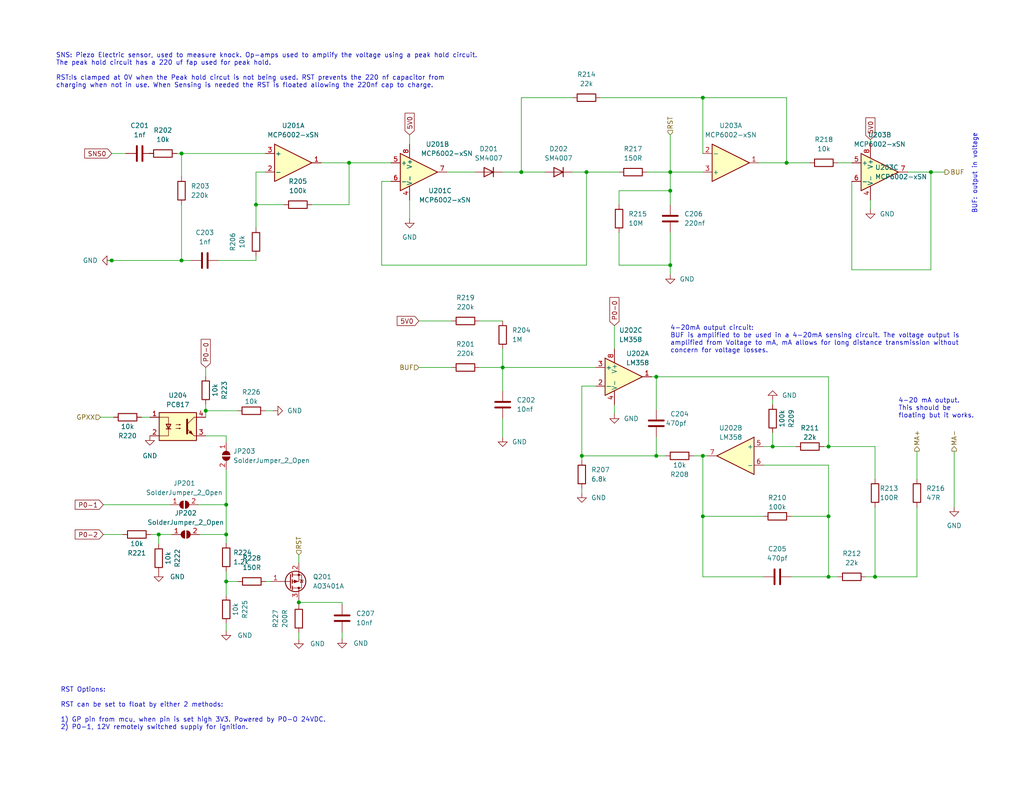
<source format=kicad_sch>
(kicad_sch (version 20211123) (generator eeschema)
  (paper "USLetter")
  (lib_symbols
    (symbol "Amplifier_Operational:LM358" (pin_names (offset 0.127))
      (property "Reference" "U" (at 0 5.08 0))
      (property "Value" "LM358" (at 0 -5.08 0))
      (symbol "LM358_1_1"
        (polyline (pts (xy -5.08 5.08) (xy 5.08 0) (xy -5.08 -5.08) (xy -5.08 5.08)) (stroke (width 0.254)) (fill (type background)))
        (pin output line (at 7.62 0 180) (length 2.54) (name "~") (number "1"))
        (pin input line (at -7.62 -2.54 0) (length 2.54) (name "-") (number "2"))
        (pin input line (at -7.62 2.54 0) (length 2.54) (name "+") (number "3"))
      )
      (symbol "LM358_2_1"
        (polyline (pts (xy -5.08 5.08) (xy 5.08 0) (xy -5.08 -5.08) (xy -5.08 5.08)) (stroke (width 0.254)) (fill (type background)))
        (pin input line (at -7.62 2.54 0) (length 2.54) (name "+") (number "5"))
        (pin input line (at -7.62 -2.54 0) (length 2.54) (name "-") (number "6"))
        (pin output line (at 7.62 0 180) (length 2.54) (name "~") (number "7"))
      )
      (symbol "LM358_3_1"
        (pin power_in line (at -2.54 -7.62 90) (length 3.81) (name "V-") (number "4"))
        (pin power_in line (at -2.54 7.62 270) (length 3.81) (name "V+") (number "8"))
      )
    )
    (symbol "Amplifier_Operational:MCP6002-xSN" (pin_names (offset 0.127))
      (property "Reference" "U" (at 0 5.08 0))
      (property "Value" "MCP6002-xSN" (at 0 -5.08 0))
      (symbol "MCP6002-xSN_1_1"
        (polyline (pts (xy -5.08 5.08) (xy 5.08 0) (xy -5.08 -5.08) (xy -5.08 5.08)) (stroke (width 0.254)) (fill (type background)))
        (pin output line (at 7.62 0 180) (length 2.54) (name "~") (number "1"))
        (pin input line (at -7.62 -2.54 0) (length 2.54) (name "-") (number "2"))
        (pin input line (at -7.62 2.54 0) (length 2.54) (name "+") (number "3"))
      )
      (symbol "MCP6002-xSN_2_1"
        (polyline (pts (xy -5.08 5.08) (xy 5.08 0) (xy -5.08 -5.08) (xy -5.08 5.08)) (stroke (width 0.254)) (fill (type background)))
        (pin input line (at -7.62 2.54 0) (length 2.54) (name "+") (number "5"))
        (pin input line (at -7.62 -2.54 0) (length 2.54) (name "-") (number "6"))
        (pin output line (at 7.62 0 180) (length 2.54) (name "~") (number "7"))
      )
      (symbol "MCP6002-xSN_3_1"
        (pin power_in line (at -2.54 -7.62 90) (length 3.81) (name "V-") (number "4"))
        (pin power_in line (at -2.54 7.62 270) (length 3.81) (name "V+") (number "8"))
      )
    )
    (symbol "Device:C" (pin_numbers hide) (pin_names (offset 0.254))
      (property "Reference" "C" (at 0.635 2.54 0))
      (property "Value" "C" (at 0.635 -2.54 0))
      (symbol "C_0_1"
        (polyline (pts (xy -2.032 -0.762) (xy 2.032 -0.762)) (stroke (width 0.508)))
        (polyline (pts (xy -2.032 0.762) (xy 2.032 0.762)) (stroke (width 0.508)))
      )
      (symbol "C_1_1"
        (pin passive line (at 0 3.81 270) (length 2.794) (name "~") (number "1"))
        (pin passive line (at 0 -3.81 90) (length 2.794) (name "~") (number "2"))
      )
    )
    (symbol "Device:R" (pin_numbers hide) (pin_names (offset 0))
      (property "Reference" "R" (at 2.032 0 90))
      (property "Value" "R" (at 0 0 90))
      (symbol "R_0_1"
        (rectangle (start -1.016 -2.54) (end 1.016 2.54) (stroke (width 0.254)))
      )
      (symbol "R_1_1"
        (pin passive line (at 0 3.81 270) (length 1.27) (name "~") (number "1"))
        (pin passive line (at 0 -3.81 90) (length 1.27) (name "~") (number "2"))
      )
    )
    (symbol "Diode:SM4007" (pin_numbers hide) (pin_names (offset 1.016) hide)
      (property "Reference" "D" (at 0 2.54 0))
      (property "Value" "SM4007" (at 0 -2.54 0))
      (symbol "SM4007_0_1"
        (polyline (pts (xy -1.27 1.27) (xy -1.27 -1.27)) (stroke (width 0.254)))
        (polyline (pts (xy 1.27 0) (xy -1.27 0)))
        (polyline (pts (xy 1.27 1.27) (xy 1.27 -1.27) (xy -1.27 0) (xy 1.27 1.27)) (stroke (width 0.254)))
      )
      (symbol "SM4007_1_1"
        (pin passive line (at -3.81 0 0) (length 2.54) (name "K") (number "1"))
        (pin passive line (at 3.81 0 180) (length 2.54) (name "A") (number "2"))
      )
    )
    (symbol "Isolator:PC817" (pin_names (offset 1.016))
      (property "Reference" "U" (at -5.08 5.08 0))
      (property "Value" "PC817" (at 0 5.08 0))
      (symbol "PC817_0_1"
        (rectangle (start -5.08 3.81) (end 5.08 -3.81) (stroke (width 0.254)) (fill (type background)))
        (polyline (pts (xy -3.175 -0.635) (xy -1.905 -0.635)) (stroke (width 0.254)))
        (polyline (pts (xy 2.54 0.635) (xy 4.445 2.54)))
        (polyline (pts (xy 4.445 -2.54) (xy 2.54 -0.635)) (fill (type outline)))
        (polyline (pts (xy 4.445 -2.54) (xy 5.08 -2.54)))
        (polyline (pts (xy 4.445 2.54) (xy 5.08 2.54)))
        (polyline (pts (xy -5.08 2.54) (xy -2.54 2.54) (xy -2.54 -0.635)))
        (polyline (pts (xy -2.54 -0.635) (xy -2.54 -2.54) (xy -5.08 -2.54)))
        (polyline (pts (xy 2.54 1.905) (xy 2.54 -1.905) (xy 2.54 -1.905)) (stroke (width 0.508)))
        (polyline (pts (xy -2.54 -0.635) (xy -3.175 0.635) (xy -1.905 0.635) (xy -2.54 -0.635)) (stroke (width 0.254)))
        (polyline (pts (xy -0.508 -0.508) (xy 0.762 -0.508) (xy 0.381 -0.635) (xy 0.381 -0.381) (xy 0.762 -0.508)))
        (polyline (pts (xy -0.508 0.508) (xy 0.762 0.508) (xy 0.381 0.381) (xy 0.381 0.635) (xy 0.762 0.508)))
        (polyline (pts (xy 3.048 -1.651) (xy 3.556 -1.143) (xy 4.064 -2.159) (xy 3.048 -1.651) (xy 3.048 -1.651)) (fill (type outline)))
      )
      (symbol "PC817_1_1"
        (pin passive line (at -7.62 2.54 0) (length 2.54) (name "~") (number "1"))
        (pin passive line (at -7.62 -2.54 0) (length 2.54) (name "~") (number "2"))
        (pin passive line (at 7.62 -2.54 180) (length 2.54) (name "~") (number "3"))
        (pin passive line (at 7.62 2.54 180) (length 2.54) (name "~") (number "4"))
      )
    )
    (symbol "Jumper:SolderJumper_2_Open" (pin_names (offset 0) hide)
      (property "Reference" "JP" (at 0 2.032 0))
      (property "Value" "SolderJumper_2_Open" (at 0 -2.54 0))
      (symbol "SolderJumper_2_Open_0_1"
        (arc (start -0.254 1.016) (mid -1.27 0) (end -0.254 -1.016))
        (arc (start -0.254 1.016) (mid -1.27 0) (end -0.254 -1.016) (fill (type outline)))
        (polyline (pts (xy -0.254 1.016) (xy -0.254 -1.016)))
        (polyline (pts (xy 0.254 1.016) (xy 0.254 -1.016)))
        (arc (start 0.254 -1.016) (mid 1.27 0) (end 0.254 1.016))
        (arc (start 0.254 -1.016) (mid 1.27 0) (end 0.254 1.016) (fill (type outline)))
      )
      (symbol "SolderJumper_2_Open_1_1"
        (pin passive line (at -3.81 0 0) (length 2.54) (name "A") (number "1"))
        (pin passive line (at 3.81 0 180) (length 2.54) (name "B") (number "2"))
      )
    )
    (symbol "Transistor_FET:AO3401A" (pin_names hide)
      (property "Reference" "Q" (at 5.08 1.905 0))
      (property "Value" "AO3401A" (at 5.08 0 0))
      (symbol "AO3401A_0_1"
        (polyline (pts (xy 0.254 0) (xy -2.54 0)))
        (polyline (pts (xy 0.254 1.905) (xy 0.254 -1.905)) (stroke (width 0.254)))
        (polyline (pts (xy 0.762 -1.27) (xy 0.762 -2.286)) (stroke (width 0.254)))
        (polyline (pts (xy 0.762 0.508) (xy 0.762 -0.508)) (stroke (width 0.254)))
        (polyline (pts (xy 0.762 2.286) (xy 0.762 1.27)) (stroke (width 0.254)))
        (polyline (pts (xy 2.54 2.54) (xy 2.54 1.778)))
        (polyline (pts (xy 2.54 -2.54) (xy 2.54 0) (xy 0.762 0)))
        (polyline (pts (xy 0.762 1.778) (xy 3.302 1.778) (xy 3.302 -1.778) (xy 0.762 -1.778)))
        (polyline (pts (xy 2.286 0) (xy 1.27 0.381) (xy 1.27 -0.381) (xy 2.286 0)) (fill (type outline)))
        (polyline (pts (xy 2.794 -0.508) (xy 2.921 -0.381) (xy 3.683 -0.381) (xy 3.81 -0.254)))
        (polyline (pts (xy 3.302 -0.381) (xy 2.921 0.254) (xy 3.683 0.254) (xy 3.302 -0.381)))
        (circle (center 1.651 0) (radius 2.794) (stroke (width 0.254)))
        (circle (center 2.54 -1.778) (radius 0.254) (fill (type outline)))
        (circle (center 2.54 1.778) (radius 0.254) (fill (type outline)))
      )
      (symbol "AO3401A_1_1"
        (pin input line (at -5.08 0 0) (length 2.54) (name "G") (number "1"))
        (pin passive line (at 2.54 -5.08 90) (length 2.54) (name "S") (number "2"))
        (pin passive line (at 2.54 5.08 270) (length 2.54) (name "D") (number "3"))
      )
    )
    (symbol "power:GND" (power) (pin_names (offset 0))
      (property "Value" "GND" (at 0 -3.81 0))
      (symbol "GND_0_1"
        (polyline (pts (xy 0 0) (xy 0 -1.27) (xy 1.27 -1.27) (xy 0 -2.54) (xy -1.27 -1.27) (xy 0 -1.27)))
      )
      (symbol "GND_1_1"
        (pin power_in line (at 0 0 270) (length 0) hide (name "GND") (number "1"))
      )
    )
  )
  (junction (at 179.07 124.46))
  (junction (at 182.88 72.39))
  (junction (at 238.76 157.48))
  (junction (at 191.77 140.97))
  (junction (at 81.534 164.465))
  (junction (at 43.307 145.923))
  (junction (at 226.06 121.92))
  (junction (at 137.16 100.33))
  (junction (at 142.24 46.99))
  (junction (at 182.88 52.07))
  (junction (at 191.77 26.67))
  (junction (at 179.07 102.87))
  (junction (at 49.53 41.91))
  (junction (at 191.77 124.46))
  (junction (at 61.722 137.795))
  (junction (at 69.85 55.88))
  (junction (at 182.88 46.99))
  (junction (at 226.06 157.48))
  (junction (at 61.722 158.75))
  (junction (at 95.25 44.45))
  (junction (at 49.53 71.12))
  (junction (at 158.75 124.46))
  (junction (at 210.82 121.92))
  (junction (at 214.63 44.45))
  (junction (at 226.06 140.97))
  (junction (at 160.02 46.99))
  (junction (at 61.722 145.923))
  (junction (at 254 46.99))
  (junction (at 30.48 71.12))
  (junction (at 56.134 112.141))
  (wire (pts (xy 160.02 46.99) (xy 156.21 46.99)))
  (wire (pts (xy 142.24 26.67) (xy 156.21 26.67)))
  (wire (pts (xy 238.76 138.43) (xy 238.76 157.48)))
  (wire (pts (xy 210.82 110.49) (xy 210.82 109.22)))
  (wire (pts (xy 130.81 87.63) (xy 137.16 87.63)))
  (wire (pts (xy 69.85 55.88) (xy 77.47 55.88)))
  (wire (pts (xy 191.77 140.97) (xy 208.28 140.97)))
  (wire (pts (xy 81.534 172.72) (xy 81.534 174.498)))
  (wire (pts (xy 28.194 145.923) (xy 33.528 145.923)))
  (wire (pts (xy 160.02 72.39) (xy 104.14 72.39)))
  (wire (pts (xy 95.25 44.45) (xy 106.68 44.45)))
  (wire (pts (xy 72.517 158.75) (xy 73.914 158.75)))
  (wire (pts (xy 168.91 52.07) (xy 168.91 55.88)))
  (wire (pts (xy 93.345 172.593) (xy 93.345 174.371)))
  (wire (pts (xy 61.722 170.18) (xy 61.722 172.212)))
  (wire (pts (xy 236.22 157.48) (xy 238.76 157.48)))
  (wire (pts (xy 214.63 44.45) (xy 220.98 44.45)))
  (wire (pts (xy 237.49 57.15) (xy 237.49 54.61)))
  (wire (pts (xy 95.25 55.88) (xy 95.25 44.45)))
  (wire (pts (xy 191.77 26.67) (xy 191.77 41.91)))
  (wire (pts (xy 69.85 55.88) (xy 69.85 62.23)))
  (wire (pts (xy 182.88 46.99) (xy 182.88 52.07)))
  (wire (pts (xy 191.77 140.97) (xy 191.77 157.48)))
  (wire (pts (xy 210.82 121.92) (xy 217.17 121.92)))
  (wire (pts (xy 208.28 121.92) (xy 210.82 121.92)))
  (wire (pts (xy 111.76 54.61) (xy 111.76 59.69)))
  (wire (pts (xy 250.19 138.43) (xy 250.19 157.48)))
  (wire (pts (xy 54.102 137.795) (xy 61.722 137.795)))
  (wire (pts (xy 250.19 123.19) (xy 250.19 130.81)))
  (wire (pts (xy 49.53 55.88) (xy 49.53 71.12)))
  (wire (pts (xy 168.91 63.5) (xy 168.91 72.39)))
  (wire (pts (xy 158.75 105.41) (xy 158.75 124.46)))
  (wire (pts (xy 182.88 72.39) (xy 182.88 74.93)))
  (wire (pts (xy 85.09 55.88) (xy 95.25 55.88)))
  (wire (pts (xy 43.307 145.923) (xy 43.307 148.59)))
  (wire (pts (xy 28.194 137.795) (xy 46.482 137.795)))
  (wire (pts (xy 114.3 87.63) (xy 123.19 87.63)))
  (wire (pts (xy 226.06 102.87) (xy 226.06 121.92)))
  (wire (pts (xy 208.28 157.48) (xy 191.77 157.48)))
  (wire (pts (xy 49.53 41.91) (xy 49.53 48.26)))
  (wire (pts (xy 176.53 46.99) (xy 182.88 46.99)))
  (wire (pts (xy 158.75 133.35) (xy 158.75 134.62)))
  (wire (pts (xy 87.63 44.45) (xy 95.25 44.45)))
  (wire (pts (xy 189.23 124.46) (xy 191.77 124.46)))
  (wire (pts (xy 56.134 110.363) (xy 56.134 112.141)))
  (wire (pts (xy 254 46.99) (xy 247.65 46.99)))
  (wire (pts (xy 61.722 118.999) (xy 56.134 118.999)))
  (wire (pts (xy 179.07 102.87) (xy 179.07 111.76)))
  (wire (pts (xy 104.14 49.53) (xy 104.14 72.39)))
  (wire (pts (xy 177.8 102.87) (xy 179.07 102.87)))
  (wire (pts (xy 238.76 130.81) (xy 238.76 121.92)))
  (wire (pts (xy 41.148 145.923) (xy 43.307 145.923)))
  (wire (pts (xy 163.83 26.67) (xy 191.77 26.67)))
  (wire (pts (xy 226.06 121.92) (xy 238.76 121.92)))
  (wire (pts (xy 160.02 46.99) (xy 160.02 72.39)))
  (wire (pts (xy 214.63 26.67) (xy 214.63 44.45)))
  (wire (pts (xy 69.85 46.99) (xy 69.85 55.88)))
  (wire (pts (xy 254 46.99) (xy 257.81 46.99)))
  (wire (pts (xy 43.307 145.923) (xy 46.863 145.923)))
  (wire (pts (xy 179.07 124.46) (xy 181.61 124.46)))
  (wire (pts (xy 61.722 158.75) (xy 61.722 162.56)))
  (wire (pts (xy 93.345 164.973) (xy 93.345 164.465)))
  (wire (pts (xy 182.88 46.99) (xy 191.77 46.99)))
  (wire (pts (xy 61.722 145.923) (xy 61.722 148.336)))
  (wire (pts (xy 137.16 100.33) (xy 130.81 100.33)))
  (wire (pts (xy 38.608 113.919) (xy 40.894 113.919)))
  (wire (pts (xy 232.41 73.66) (xy 254 73.66)))
  (wire (pts (xy 215.9 157.48) (xy 226.06 157.48)))
  (wire (pts (xy 41.91 41.91) (xy 40.64 41.91)))
  (wire (pts (xy 208.28 127) (xy 226.06 127)))
  (wire (pts (xy 137.16 114.3) (xy 137.16 119.38)))
  (wire (pts (xy 61.722 158.75) (xy 64.897 158.75)))
  (wire (pts (xy 59.69 71.12) (xy 69.85 71.12)))
  (wire (pts (xy 191.77 124.46) (xy 193.04 124.46)))
  (wire (pts (xy 191.77 26.67) (xy 214.63 26.67)))
  (wire (pts (xy 104.14 49.53) (xy 106.68 49.53)))
  (wire (pts (xy 232.41 49.53) (xy 232.41 73.66)))
  (wire (pts (xy 137.16 95.25) (xy 137.16 100.33)))
  (wire (pts (xy 250.19 157.48) (xy 238.76 157.48)))
  (wire (pts (xy 168.91 72.39) (xy 182.88 72.39)))
  (wire (pts (xy 61.722 155.956) (xy 61.722 158.75)))
  (wire (pts (xy 142.24 46.99) (xy 148.59 46.99)))
  (wire (pts (xy 48.26 41.91) (xy 49.53 41.91)))
  (wire (pts (xy 228.6 44.45) (xy 232.41 44.45)))
  (wire (pts (xy 61.722 137.795) (xy 61.722 145.923)))
  (wire (pts (xy 137.16 100.33) (xy 137.16 106.68)))
  (wire (pts (xy 210.82 118.11) (xy 210.82 121.92)))
  (wire (pts (xy 69.85 69.85) (xy 69.85 71.12)))
  (wire (pts (xy 114.3 100.33) (xy 123.19 100.33)))
  (wire (pts (xy 137.16 46.99) (xy 142.24 46.99)))
  (wire (pts (xy 158.75 105.41) (xy 162.56 105.41)))
  (wire (pts (xy 27.432 113.919) (xy 30.988 113.919)))
  (wire (pts (xy 61.722 120.65) (xy 61.722 118.999)))
  (wire (pts (xy 81.534 151.511) (xy 81.534 153.67)))
  (wire (pts (xy 111.76 36.83) (xy 111.76 39.37)))
  (wire (pts (xy 160.02 46.99) (xy 168.91 46.99)))
  (wire (pts (xy 158.75 124.46) (xy 158.75 125.73)))
  (wire (pts (xy 49.53 71.12) (xy 52.07 71.12)))
  (wire (pts (xy 226.06 140.97) (xy 226.06 157.48)))
  (wire (pts (xy 226.06 127) (xy 226.06 140.97)))
  (wire (pts (xy 224.79 121.92) (xy 226.06 121.92)))
  (wire (pts (xy 179.07 119.38) (xy 179.07 124.46)))
  (wire (pts (xy 61.722 128.27) (xy 61.722 137.795)))
  (wire (pts (xy 179.07 102.87) (xy 226.06 102.87)))
  (wire (pts (xy 56.134 112.141) (xy 56.134 113.919)))
  (wire (pts (xy 226.06 140.97) (xy 215.9 140.97)))
  (wire (pts (xy 254 46.99) (xy 254 73.66)))
  (wire (pts (xy 30.48 71.12) (xy 49.53 71.12)))
  (wire (pts (xy 182.88 36.83) (xy 182.88 46.99)))
  (wire (pts (xy 226.06 157.48) (xy 228.6 157.48)))
  (wire (pts (xy 29.21 71.12) (xy 30.48 71.12)))
  (wire (pts (xy 260.35 123.19) (xy 260.35 138.43)))
  (wire (pts (xy 56.134 112.141) (xy 64.77 112.141)))
  (wire (pts (xy 237.49 38.1) (xy 237.49 39.37)))
  (wire (pts (xy 72.39 112.141) (xy 74.549 112.141)))
  (wire (pts (xy 56.134 100.33) (xy 56.134 102.743)))
  (wire (pts (xy 182.88 63.5) (xy 182.88 72.39)))
  (wire (pts (xy 167.64 110.49) (xy 167.64 113.03)))
  (wire (pts (xy 81.534 163.83) (xy 81.534 164.465)))
  (wire (pts (xy 214.63 44.45) (xy 207.01 44.45)))
  (wire (pts (xy 121.92 46.99) (xy 129.54 46.99)))
  (wire (pts (xy 81.534 164.465) (xy 93.345 164.465)))
  (wire (pts (xy 168.91 52.07) (xy 182.88 52.07)))
  (wire (pts (xy 81.534 164.465) (xy 81.534 165.1)))
  (wire (pts (xy 30.48 41.91) (xy 34.29 41.91)))
  (wire (pts (xy 72.39 46.99) (xy 69.85 46.99)))
  (wire (pts (xy 61.722 145.923) (xy 54.483 145.923)))
  (wire (pts (xy 158.75 124.46) (xy 179.07 124.46)))
  (wire (pts (xy 49.53 41.91) (xy 72.39 41.91)))
  (wire (pts (xy 142.24 26.67) (xy 142.24 46.99)))
  (wire (pts (xy 191.77 124.46) (xy 191.77 140.97)))
  (wire (pts (xy 167.64 88.9) (xy 167.64 95.25)))
  (wire (pts (xy 137.16 100.33) (xy 162.56 100.33)))
  (wire (pts (xy 182.88 52.07) (xy 182.88 55.88)))
  (text "RST Options:\n\nRST can be set to float by either 2 methods:\n\n1) GP pin from mcu, when pin is set high 3V3. Powered by P0-O 24VDC.\n2) P0-1, 12V remotely switched supply for ignition.\n" (at 16.51 199.39 0) (effects (font (size 1.27 1.27)) (justify left bottom)))
  (text "SNS: Piezo Electric sensor, used to measure knock. Op-amps used to amplify the voltage using a peak hold circuit.\nThe peak hold circuit has a 220 uf fap used for peak hold. \n\nRST:Is clamped at 0V when the Peak hold circut is not being used. RST prevents the 220 nf capacitor from \ncharging when not in use. When Sensing is needed the RST is floated allowing the 220nf cap to charge." (at 15.24 24.13 0) (effects (font (size 1.27 1.27)) (justify left bottom)))
  (text "4-20 mA output.\nThis should be \nfloating but it works." (at 245.11 114.3 0) (effects (font (size 1.27 1.27)) (justify left bottom)))
  (text "4-20mA output circuit:\nBUF is amplified to be used in a 4-20mA sensing circuit. The voltage output is \namplified from Voltage to mA, mA allows for long distance transmission without \nconcern for voltage losses." (at 182.88 96.52 0) (effects (font (size 1.27 1.27)) (justify left bottom)))
  (text "BUF: output in voltage" (at 266.7 58.42 90) (effects (font (size 1.27 1.27)) (justify left bottom)))
  (global_label "P0-2" (shape input) (at 28.194 145.923 180) (property "Intersheet References" "${INTERSHEET_REFS}" (effects hide)))
  (global_label "5V0" (shape input) (at 237.49 38.1 90) (property "Intersheet References" "${INTERSHEET_REFS}" (effects hide)))
  (global_label "SNS0" (shape input) (at 30.48 41.91 180) (property "Intersheet References" "${INTERSHEET_REFS}" (effects hide)))
  (global_label "P0-0" (shape input) (at 56.134 100.33 90) (property "Intersheet References" "${INTERSHEET_REFS}" (effects hide)))
  (global_label "5V0" (shape input) (at 111.76 36.83 90) (property "Intersheet References" "${INTERSHEET_REFS}" (effects hide)))
  (global_label "P0-1" (shape input) (at 28.194 137.795 180) (property "Intersheet References" "${INTERSHEET_REFS}" (effects hide)))
  (global_label "P0-0" (shape input) (at 167.64 88.9 90) (property "Intersheet References" "${INTERSHEET_REFS}" (effects hide)))
  (global_label "5V0" (shape input) (at 114.3 87.63 180) (property "Intersheet References" "${INTERSHEET_REFS}" (effects hide)))
  (hierarchical_label "BUF" (shape output) (at 257.81 46.99 0))
  (hierarchical_label "RST" (shape input) (at 81.534 151.511 90))
  (hierarchical_label "GPXX" (shape input) (at 27.432 113.919 180))
  (hierarchical_label "RST" (shape input) (at 182.88 36.83 90))
  (hierarchical_label "BUF" (shape input) (at 114.3 100.33 180))
  (hierarchical_label "MA+" (shape output) (at 250.19 123.19 90))
  (hierarchical_label "MA-" (shape output) (at 260.35 123.19 90))
  (symbol (lib_id "power:GND") (at 40.894 118.999 0) (unit 1)
    (property "Reference" "#PWR0204" (effects hide))
    (property "Value" "GND" (at 40.894 124.46 0))
  )
  (symbol (lib_id "Device:R") (at 220.98 121.92 270) (unit 1)
    (property "Reference" "R211" (at 220.98 116.84 90))
    (property "Value" "22k" (at 220.98 119.38 90))
    (property "Footprint" "Resistor_SMD:R_0402_1005Metric" (effects hide))
    (property "LCSC" "C25768" (effects hide))
  )
  (symbol (lib_id "Amplifier_Operational:MCP6002-xSN") (at 80.01 44.45 0) (unit 1)
    (property "Reference" "U201" (at 80.01 34.29 0))
    (property "Value" "MCP6002-xSN" (at 80.01 36.83 0))
    (property "Footprint" "Package_SO:SOIC-8_3.9x4.9mm_P1.27mm" (effects hide))
    (property "Datasheet" "http://ww1.microchip.com/downloads/en/DeviceDoc/21733j.pdf" (effects hide))
    (property "LCSC" "C7377" (effects hide))
  )
  (symbol (lib_id "Device:R") (at 185.42 124.46 90) (mirror x) (unit 1)
    (property "Reference" "R208" (at 185.42 129.54 90))
    (property "Value" "10k" (at 185.42 127 90))
    (property "Footprint" "Resistor_SMD:R_0402_1005Metric" (effects hide))
    (property "LCSC" "C25744" (effects hide))
  )
  (symbol (lib_id "Amplifier_Operational:MCP6002-xSN") (at 114.3 46.99 0) (unit 2)
    (property "Reference" "U201" (at 119.38 39.37 0))
    (property "Value" "MCP6002-xSN" (at 121.92 41.91 0))
    (property "Footprint" "Package_SO:SOIC-8_3.9x4.9mm_P1.27mm" (effects hide))
    (property "Datasheet" "http://ww1.microchip.com/downloads/en/DeviceDoc/21733j.pdf" (effects hide))
    (property "LCSC" "C7377" (effects hide))
  )
  (symbol (lib_id "power:GND") (at 30.48 71.12 270) (unit 1)
    (property "Reference" "#PWR0201" (effects hide))
    (property "Value" "GND" (at 26.67 71.1199 90) (effects (justify right)))
  )
  (symbol (lib_id "power:GND") (at 111.76 59.69 0) (mirror y) (unit 1)
    (property "Reference" "#PWR0205" (effects hide))
    (property "Value" "GND" (at 111.76 64.77 0))
  )
  (symbol (lib_id "Amplifier_Operational:MCP6002-xSN") (at 114.3 46.99 0) (unit 3)
    (property "Reference" "U201" (at 116.84 52.07 0) (effects (justify left)))
    (property "Value" "MCP6002-xSN" (at 114.3 54.61 0) (effects (justify left)))
    (property "Footprint" "Package_SO:SOIC-8_3.9x4.9mm_P1.27mm" (effects hide))
    (property "Datasheet" "http://ww1.microchip.com/downloads/en/DeviceDoc/21733j.pdf" (effects hide))
    (property "LCSC" "C7377" (effects hide))
  )
  (symbol (lib_id "Device:C") (at 55.88 71.12 90) (unit 1)
    (property "Reference" "C203" (at 55.88 63.5 90))
    (property "Value" "1nf" (at 55.88 66.04 90))
    (property "Footprint" "Capacitor_SMD:C_0402_1005Metric" (effects hide))
    (property "LCSC" "C1523" (effects hide))
  )
  (symbol (lib_id "Device:R") (at 61.722 152.146 180) (unit 1)
    (property "Reference" "R224" (at 63.627 150.8759 0) (effects (justify right)))
    (property "Value" "1.2k" (at 63.627 153.4159 0) (effects (justify right)))
    (property "Footprint" "Resistor_SMD:R_0402_1005Metric" (effects hide))
    (property "LCSC" "C25862" (effects hide))
  )
  (symbol (lib_id "Device:R") (at 210.82 114.3 0) (unit 1)
    (property "Reference" "R209" (at 215.9 114.3 90))
    (property "Value" "100k" (at 213.36 114.3 90))
    (property "Footprint" "Resistor_SMD:R_0402_1005Metric" (effects hide))
    (property "LCSC" "C25741" (effects hide))
  )
  (symbol (lib_id "Device:R") (at 232.41 157.48 90) (unit 1)
    (property "Reference" "R212" (at 232.41 151.13 90))
    (property "Value" "22k" (at 232.41 153.67 90))
    (property "Footprint" "Resistor_SMD:R_01005_0402Metric" (effects hide))
    (property "LCSC" "C25744" (effects hide))
  )
  (symbol (lib_id "Device:R") (at 81.28 55.88 90) (unit 1)
    (property "Reference" "R205" (at 81.28 49.53 90))
    (property "Value" "100k" (at 81.28 52.07 90))
    (property "Footprint" "Resistor_SMD:R_0402_1005Metric" (effects hide))
    (property "LCSC" "C25741" (effects hide))
  )
  (symbol (lib_id "power:GND") (at 210.82 109.22 180) (unit 1)
    (property "Reference" "#PWR0206" (effects hide))
    (property "Value" "GND" (at 213.36 107.9499 0) (effects (justify right)))
  )
  (symbol (lib_id "power:GND") (at 93.345 174.371 0) (unit 1)
    (property "Reference" "#PWR0214" (effects hide))
    (property "Value" "GND" (at 96.393 175.6409 0) (effects (justify left)))
  )
  (symbol (lib_id "power:GND") (at 260.35 138.43 0) (unit 1)
    (property "Reference" "#PWR0207" (effects hide))
    (property "Value" "GND" (at 260.35 143.51 0))
  )
  (symbol (lib_id "Transistor_FET:AO3401A") (at 78.994 158.75 0) (mirror x) (unit 1)
    (property "Reference" "Q201" (at 85.344 157.4799 0) (effects (justify left)))
    (property "Value" "AO3401A" (at 85.344 160.0199 0) (effects (justify left)))
    (property "Footprint" "Package_TO_SOT_SMD:SOT-23" (effects hide))
    (property "Datasheet" "http://www.aosmd.com/pdfs/datasheet/AO3401A.pdf" (effects hide))
    (property "LCSC" "C15127" (effects hide))
  )
  (symbol (lib_id "Device:R") (at 250.19 134.62 180) (unit 1)
    (property "Reference" "R216" (at 252.73 133.3499 0) (effects (justify right)))
    (property "Value" "47R" (at 252.73 135.8899 0) (effects (justify right)))
    (property "Footprint" "Resistor_SMD:R_0402_1005Metric" (effects hide))
    (property "LCSC" "C25118" (effects hide))
  )
  (symbol (lib_id "Device:R") (at 43.307 152.4 0) (mirror x) (unit 1)
    (property "Reference" "R222" (at 48.387 152.4 90))
    (property "Value" "10k" (at 45.847 152.4 90))
    (property "Footprint" "Resistor_SMD:R_0402_1005Metric" (effects hide))
    (property "LCSC" "C25744" (effects hide))
  )
  (symbol (lib_id "Device:C") (at 137.16 110.49 180) (unit 1)
    (property "Reference" "C202" (at 140.97 109.2199 0) (effects (justify right)))
    (property "Value" "10nf" (at 140.97 111.7599 0) (effects (justify right)))
    (property "Footprint" "Capacitor_SMD:C_0402_1005Metric" (effects hide))
    (property "LCSC" "C15195" (effects hide))
  )
  (symbol (lib_id "Device:R") (at 37.338 145.923 90) (mirror x) (unit 1)
    (property "Reference" "R221" (at 37.338 151.003 90))
    (property "Value" "10k" (at 37.338 148.463 90))
    (property "Footprint" "Resistor_SMD:R_0402_1005Metric" (effects hide))
    (property "LCSC" "C25744" (effects hide))
  )
  (symbol (lib_id "Device:C") (at 38.1 41.91 90) (unit 1)
    (property "Reference" "C201" (at 38.1 34.29 90))
    (property "Value" "1nf" (at 38.1 36.83 90))
    (property "Footprint" "Capacitor_SMD:C_0402_1005Metric" (effects hide))
    (property "LCSC" "C1523" (effects hide))
  )
  (symbol (lib_id "Device:R") (at 172.72 46.99 90) (unit 1)
    (property "Reference" "R217" (at 172.72 40.64 90))
    (property "Value" "150R" (at 172.72 43.18 90))
    (property "Footprint" "Resistor_SMD:R_0603_1608Metric" (effects hide))
    (property "Datasheet" "https://datasheet.lcsc.com/lcsc/2110251730_UNI-ROYAL-Uniroyal-Elec-0603WAF1005T5E_C7250.pdf" (effects hide))
    (property "LCSC" "(lib_symbols" (effects hide))
  )
  (symbol (lib_id "Device:R") (at 127 87.63 90) (unit 1)
    (property "Reference" "R219" (at 127 81.28 90))
    (property "Value" "220k" (at 127 83.82 90))
    (property "Footprint" "Resistor_SMD:R_0402_1005Metric" (effects hide))
    (property "LCSC" "C25744" (effects hide))
  )
  (symbol (lib_id "Amplifier_Operational:MCP6002-xSN") (at 240.03 46.99 0) (unit 2)
    (property "Reference" "U203" (at 240.03 36.83 0))
    (property "Value" "MCP6002-xSN" (at 240.03 39.37 0))
    (property "Footprint" "Package_SO:SOIC-8_3.9x4.9mm_P1.27mm" (effects hide))
    (property "Datasheet" "http://ww1.microchip.com/downloads/en/DeviceDoc/21733j.pdf" (effects hide))
    (property "LCSC" "C7377" (effects hide))
  )
  (symbol (lib_id "Jumper:SolderJumper_2_Open") (at 50.292 137.795 0) (unit 1)
    (property "Reference" "JP201" (at 50.292 131.953 0))
    (property "Value" "SolderJumper_2_Open" (at 50.292 134.493 0))
    (property "Footprint" "Jumper:SolderJumper-2_P1.3mm_Open_RoundedPad1.0x1.5mm" (effects hide))
  )
  (symbol (lib_id "Device:R") (at 238.76 134.62 0) (unit 1)
    (property "Reference" "R213" (at 242.57 133.35 0))
    (property "Value" "100R" (at 242.57 135.89 0))
    (property "Footprint" "Resistor_SMD:R_0603_1608Metric" (effects hide))
    (property "LCSC" "C22775" (effects hide))
  )
  (symbol (lib_id "Amplifier_Operational:MCP6002-xSN") (at 240.03 46.99 0) (unit 3)
    (property "Reference" "U203" (at 238.76 45.7199 0) (effects (justify left)))
    (property "Value" "MCP6002-xSN" (at 238.76 48.2599 0) (effects (justify left)))
    (property "Footprint" "Package_SO:SOIC-8_3.9x4.9mm_P1.27mm" (effects hide))
    (property "Datasheet" "http://ww1.microchip.com/downloads/en/DeviceDoc/21733j.pdf" (effects hide))
    (property "LCSC" "C7377" (effects hide))
  )
  (symbol (lib_id "Device:R") (at 61.722 166.37 0) (mirror x) (unit 1)
    (property "Reference" "R225" (at 66.802 166.37 90))
    (property "Value" "10k" (at 64.262 166.37 90))
    (property "Footprint" "Resistor_SMD:R_0402_1005Metric" (effects hide))
    (property "LCSC" "C25744" (effects hide))
  )
  (symbol (lib_id "Device:R") (at 68.58 112.141 270) (mirror x) (unit 1)
    (property "Reference" "R226" (at 68.58 107.061 90))
    (property "Value" "10k" (at 68.58 109.601 90))
    (property "Footprint" "Resistor_SMD:R_0402_1005Metric" (effects hide))
    (property "LCSC" "C25744" (effects hide))
  )
  (symbol (lib_id "Device:C") (at 179.07 115.57 0) (unit 1)
    (property "Reference" "C204" (at 182.88 113.03 0) (effects (justify left)))
    (property "Value" "470pf" (at 181.61 115.57 0) (effects (justify left)))
    (property "Footprint" "Capacitor_SMD:C_0603_1608Metric" (effects hide))
    (property "LCSC" "C1620" (effects hide))
  )
  (symbol (lib_id "Diode:SM4007") (at 152.4 46.99 180) (unit 1)
    (property "Reference" "D202" (at 152.4 40.64 0))
    (property "Value" "SM4007" (at 152.4 43.18 0))
    (property "Footprint" "Diode_SMD:D_SOD-123F" (effects hide))
    (property "Datasheet" "http://cdn-reichelt.de/documents/datenblatt/A400/SMD1N400%23DIO.pdf" (effects hide))
    (property "LCSC" "C64898" (effects hide))
  )
  (symbol (lib_id "Device:R") (at 212.09 140.97 90) (unit 1)
    (property "Reference" "R210" (at 212.09 135.89 90))
    (property "Value" "100k" (at 212.09 138.43 90))
    (property "Footprint" "Resistor_SMD:R_0402_1005Metric" (effects hide))
    (property "LCSC" "C25741" (effects hide))
  )
  (symbol (lib_id "Device:R") (at 127 100.33 90) (unit 1)
    (property "Reference" "R201" (at 127 93.98 90))
    (property "Value" "220k" (at 127 96.52 90))
    (property "Footprint" "Resistor_SMD:R_0402_1005Metric" (effects hide))
    (property "LCSC" "C25744" (effects hide))
  )
  (symbol (lib_id "Device:R") (at 68.707 158.75 90) (unit 1)
    (property "Reference" "R228" (at 68.707 152.4 90))
    (property "Value" "150R" (at 68.707 154.94 90))
    (property "Footprint" "Resistor_SMD:R_0603_1608Metric" (effects hide))
    (property "Datasheet" "https://datasheet.lcsc.com/lcsc/2110251730_UNI-ROYAL-Uniroyal-Elec-0603WAF1005T5E_C7250.pdf" (effects hide))
    (property "LCSC" "(lib_symbols" (effects hide))
  )
  (symbol (lib_id "Diode:SM4007") (at 133.35 46.99 180) (unit 1)
    (property "Reference" "D201" (at 133.35 40.64 0))
    (property "Value" "SM4007" (at 133.35 43.18 0))
    (property "Footprint" "Diode_SMD:D_SOD-123F" (effects hide))
    (property "Datasheet" "http://cdn-reichelt.de/documents/datenblatt/A400/SMD1N400%23DIO.pdf" (effects hide))
    (property "LCSC" "C64898" (effects hide))
  )
  (symbol (lib_id "Amplifier_Operational:MCP6002-xSN") (at 199.39 44.45 0) (mirror x) (unit 1)
    (property "Reference" "U203" (at 199.39 34.29 0))
    (property "Value" "MCP6002-xSN" (at 199.39 36.83 0))
    (property "Footprint" "Package_SO:SOIC-8_3.9x4.9mm_P1.27mm" (effects hide))
    (property "Datasheet" "http://ww1.microchip.com/downloads/en/DeviceDoc/21733j.pdf" (effects hide))
    (property "LCSC" "C7377" (effects hide))
  )
  (symbol (lib_id "power:GND") (at 158.75 134.62 0) (unit 1)
    (property "Reference" "#PWR0203" (effects hide))
    (property "Value" "GND" (at 161.29 135.8899 0) (effects (justify left)))
  )
  (symbol (lib_id "Device:C") (at 212.09 157.48 270) (mirror x) (unit 1)
    (property "Reference" "C205" (at 212.09 149.86 90))
    (property "Value" "470pf" (at 212.09 152.4 90))
    (property "Footprint" "Capacitor_SMD:C_0603_1608Metric" (effects hide))
    (property "LCSC" "C1620" (effects hide))
  )
  (symbol (lib_id "power:GND") (at 167.64 113.03 0) (unit 1)
    (property "Reference" "#PWR0107" (effects hide))
    (property "Value" "GND" (at 170.18 114.2999 0) (effects (justify left)))
  )
  (symbol (lib_id "Amplifier_Operational:LM358") (at 170.18 102.87 0) (unit 3)
    (property "Reference" "U202" (at 168.91 90.17 0) (effects (justify left)))
    (property "Value" "LM358" (at 168.91 92.71 0) (effects (justify left)))
    (property "Footprint" "Package_SO:SOIC-8_3.9x4.9mm_P1.27mm" (effects hide))
    (property "Datasheet" "http://www.ti.com/lit/ds/symlink/lm2904-n.pdf" (effects hide))
    (property "LCSC" "C7950" (effects hide))
  )
  (symbol (lib_id "Device:R") (at 56.134 106.553 0) (mirror x) (unit 1)
    (property "Reference" "R223" (at 61.214 106.553 90))
    (property "Value" "10k" (at 58.674 106.553 90))
    (property "Footprint" "Resistor_SMD:R_0402_1005Metric" (effects hide))
    (property "LCSC" "C25744" (effects hide))
  )
  (symbol (lib_id "power:GND") (at 137.16 119.38 0) (unit 1)
    (property "Reference" "#PWR0202" (effects hide))
    (property "Value" "GND" (at 139.7 120.6499 0) (effects (justify left)))
  )
  (symbol (lib_id "Jumper:SolderJumper_2_Open") (at 61.722 124.46 270) (unit 1)
    (property "Reference" "JP203" (at 63.627 123.1899 90) (effects (justify left)))
    (property "Value" "SolderJumper_2_Open" (at 63.627 125.7299 90) (effects (justify left)))
    (property "Footprint" "Jumper:SolderJumper-2_P1.3mm_Open_RoundedPad1.0x1.5mm" (effects hide))
  )
  (symbol (lib_id "Amplifier_Operational:LM358") (at 200.66 124.46 0) (mirror y) (unit 2)
    (property "Reference" "U202" (at 199.39 116.84 0))
    (property "Value" "LM358" (at 199.39 119.38 0))
    (property "Footprint" "Package_SO:SOIC-8_3.9x4.9mm_P1.27mm" (effects hide))
    (property "Datasheet" "http://www.ti.com/lit/ds/symlink/lm2904-n.pdf" (effects hide))
    (property "LCSC" "C7950" (effects hide))
  )
  (symbol (lib_id "Device:R") (at 224.79 44.45 90) (unit 1)
    (property "Reference" "R218" (at 224.79 38.1 90))
    (property "Value" "10k" (at 224.79 40.64 90))
    (property "Footprint" "Resistor_SMD:R_0402_1005Metric" (effects hide))
    (property "LCSC" "C25744" (effects hide))
  )
  (symbol (lib_id "power:GND") (at 61.722 172.212 0) (unit 1)
    (property "Reference" "#PWR0211" (effects hide))
    (property "Value" "GND" (at 64.77 173.4819 0) (effects (justify left)))
  )
  (symbol (lib_id "Device:R") (at 49.53 52.07 180) (unit 1)
    (property "Reference" "R203" (at 52.07 50.7999 0) (effects (justify right)))
    (property "Value" "220k" (at 52.07 53.3399 0) (effects (justify right)))
    (property "Footprint" "Resistor_SMD:R_0402_1005Metric" (effects hide))
    (property "LCSC" "C25744" (effects hide))
  )
  (symbol (lib_id "Jumper:SolderJumper_2_Open") (at 50.673 145.923 0) (unit 1)
    (property "Reference" "JP202" (at 50.673 140.081 0))
    (property "Value" "SolderJumper_2_Open" (at 50.673 142.621 0))
    (property "Footprint" "Jumper:SolderJumper-2_P1.3mm_Open_RoundedPad1.0x1.5mm" (effects hide))
  )
  (symbol (lib_id "Device:R") (at 168.91 59.69 0) (unit 1)
    (property "Reference" "R215" (at 171.45 58.4199 0) (effects (justify left)))
    (property "Value" "10M" (at 171.45 60.9599 0) (effects (justify left)))
    (property "Footprint" "Resistor_SMD:R_0402_1005Metric" (effects hide))
    (property "LCSC" "C26082" (effects hide))
  )
  (symbol (lib_id "Device:R") (at 160.02 26.67 90) (unit 1)
    (property "Reference" "R214" (at 160.02 20.32 90))
    (property "Value" "22k" (at 160.02 22.86 90))
    (property "Footprint" "Resistor_SMD:R_0402_1005Metric" (effects hide))
    (property "LCSC" "C25768" (effects hide))
  )
  (symbol (lib_id "Device:C") (at 93.345 168.783 180) (unit 1)
    (property "Reference" "C207" (at 97.155 167.5129 0) (effects (justify right)))
    (property "Value" "10nf" (at 97.155 170.0529 0) (effects (justify right)))
    (property "Footprint" "Capacitor_SMD:C_0402_1005Metric" (effects hide))
    (property "LCSC" "C15195" (effects hide))
  )
  (symbol (lib_id "Device:R") (at 34.798 113.919 90) (mirror x) (unit 1)
    (property "Reference" "R220" (at 34.798 118.999 90))
    (property "Value" "10k" (at 34.798 116.459 90))
    (property "Footprint" "Resistor_SMD:R_0402_1005Metric" (effects hide))
    (property "LCSC" "C25744" (effects hide))
  )
  (symbol (lib_id "Device:R") (at 81.534 168.91 0) (unit 1)
    (property "Reference" "R227" (at 75.184 168.91 90))
    (property "Value" "200R" (at 77.724 168.91 90))
    (property "Footprint" "Resistor_SMD:R_0402_1005Metric" (effects hide))
    (property "Datasheet" "https://datasheet.lcsc.com/lcsc/2110252230_UNI-ROYAL-Uniroyal-Elec-0402WGF2000TCE_C25087.pdf" (effects hide))
    (property "LCSC" "C25087" (effects hide))
  )
  (symbol (lib_id "Device:R") (at 158.75 129.54 180) (unit 1)
    (property "Reference" "R207" (at 161.29 128.2699 0) (effects (justify right)))
    (property "Value" "6.8k" (at 161.29 130.8099 0) (effects (justify right)))
    (property "Footprint" "Resistor_SMD:R_0402_1005Metric" (effects hide))
    (property "LCSC" "C25917" (effects hide))
  )
  (symbol (lib_id "Amplifier_Operational:LM358") (at 170.18 102.87 0) (unit 1)
    (property "Reference" "U202" (at 173.99 96.52 0))
    (property "Value" "LM358" (at 173.99 99.06 0))
    (property "Footprint" "Package_SO:SOIC-8_3.9x4.9mm_P1.27mm" (effects hide))
    (property "Datasheet" "http://www.ti.com/lit/ds/symlink/lm2904-n.pdf" (effects hide))
    (property "LCSC" "C7950" (effects hide))
  )
  (symbol (lib_id "Device:R") (at 44.45 41.91 270) (unit 1)
    (property "Reference" "R202" (at 44.45 35.56 90))
    (property "Value" "10k" (at 44.45 38.1 90))
    (property "Footprint" "Resistor_SMD:R_0402_1005Metric" (effects hide))
    (property "LCSC" "C25744" (effects hide))
  )
  (symbol (lib_id "power:GND") (at 182.88 74.93 0) (unit 1)
    (property "Reference" "#PWR0208" (effects hide))
    (property "Value" "GND" (at 185.42 76.1999 0) (effects (justify left)))
  )
  (symbol (lib_id "power:GND") (at 237.49 57.15 0) (unit 1)
    (property "Reference" "#PWR0209" (effects hide))
    (property "Value" "GND" (at 240.03 58.4199 0) (effects (justify left)))
  )
  (symbol (lib_id "Device:R") (at 69.85 66.04 180) (unit 1)
    (property "Reference" "R206" (at 63.5 66.04 90))
    (property "Value" "10k" (at 66.04 66.04 90))
    (property "Footprint" "Resistor_SMD:R_0402_1005Metric" (effects hide))
    (property "LCSC" "C25744" (effects hide))
  )
  (symbol (lib_id "Device:C") (at 182.88 59.69 180) (unit 1)
    (property "Reference" "C206" (at 186.69 58.4199 0) (effects (justify right)))
    (property "Value" "220nf" (at 186.69 60.9599 0) (effects (justify right)))
    (property "Footprint" "Capacitor_THT:C_Rect_L7.0mm_W2.0mm_P5.00mm" (effects hide))
    (property "LCSC" "C393118" (effects hide))
  )
  (symbol (lib_id "Isolator:PC817") (at 48.514 116.459 0) (unit 1)
    (property "Reference" "U204" (at 48.514 107.95 0))
    (property "Value" "PC817" (at 48.514 110.49 0))
    (property "Footprint" "Package_DIP:DIP-4_W7.62mm" (effects hide))
    (property "Datasheet" "http://www.soselectronic.cz/a_info/resource/d/pc817.pdf" (effects hide))
  )
  (symbol (lib_id "power:GND") (at 43.307 156.21 0) (unit 1)
    (property "Reference" "#PWR0210" (effects hide))
    (property "Value" "GND" (at 46.355 157.4799 0) (effects (justify left)))
  )
  (symbol (lib_id "Device:R") (at 137.16 91.44 180) (unit 1)
    (property "Reference" "R204" (at 139.7 90.1699 0) (effects (justify right)))
    (property "Value" "1M" (at 139.7 92.7099 0) (effects (justify right)))
    (property "Footprint" "Resistor_SMD:R_0402_1005Metric" (effects hide))
    (property "LCSC" "C26083" (effects hide))
  )
  (symbol (lib_id "power:GND") (at 74.549 112.141 90) (unit 1)
    (property "Reference" "#PWR0212" (effects hide))
    (property "Value" "GND" (at 78.359 112.1409 90) (effects (justify right)))
  )
  (symbol (lib_id "power:GND") (at 81.534 174.498 0) (unit 1)
    (property "Reference" "#PWR0213" (effects hide))
    (property "Value" "GND" (at 84.582 175.7679 0) (effects (justify left)))
  )
)
</source>
